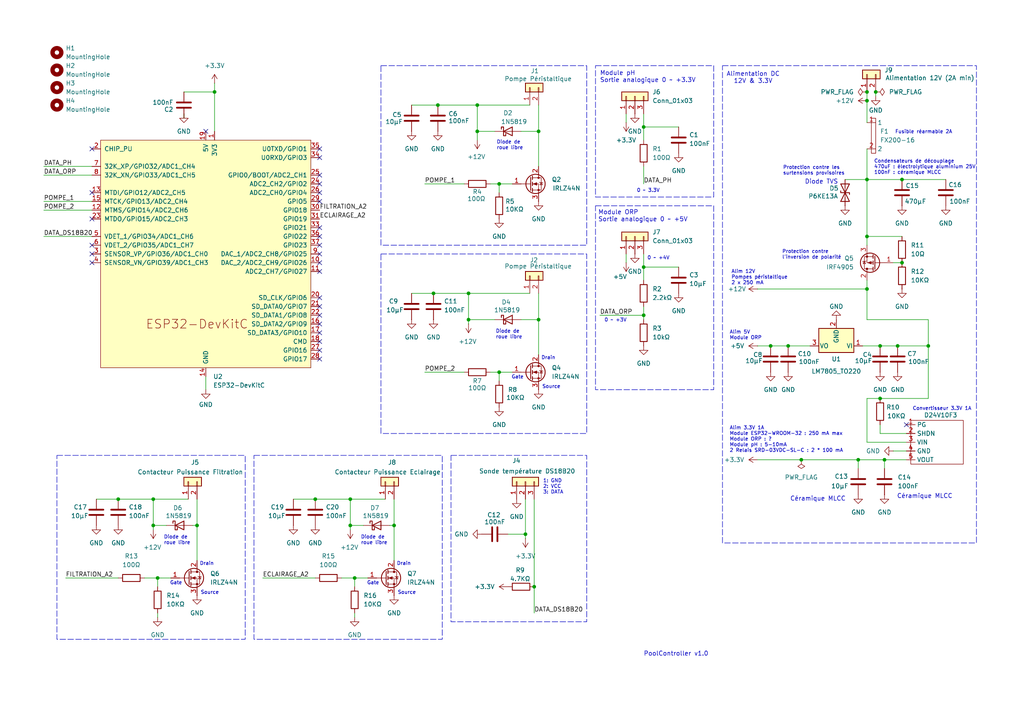
<source format=kicad_sch>
(kicad_sch (version 20250114) (generator "eeschema") (generator_version "9.0")
  (paper "A4")
  (rectangle (start 172.72 59.69) (end 207.01 113.03) (stroke (width 0) (type dash)))
  (rectangle (start 130.81 132.08) (end 170.18 180.34) (stroke (width 0) (type dash)))
  (rectangle (start 110.49 73.66) (end 170.18 125.73) (stroke (width 0) (type dash)))
  (rectangle (start 172.72 19.05) (end 207.01 57.15) (stroke (width 0) (type dash)))
  (rectangle (start 73.66 132.08) (end 128.27 185.42) (stroke (width 0) (type dash)))
  (rectangle (start 16.51 132.08) (end 71.12 185.42) (stroke (width 0) (type dash)))
  (rectangle (start 110.49 19.05) (end 170.18 71.12) (stroke (width 0) (type dash)))
  (rectangle (start 209.55 19.05) (end 283.21 157.48) (stroke (width 0) (type dash)))
  (text "0 ~ +4V" (at 187.706 74.93 0) (effects (font (size 1.016 1.016)) (justify left)))
  (text "Alimentation DC\n12V & 3.3V" (at 218.44 22.606 0) (effects (font (size 1.27 1.27))))
  (text "Protection contre \nl'inversion de polarité" (at 226.822 73.914 0) (effects (font (size 1.016 1.016)) (justify left)))
  (text "Céramique MLCC" (at 268.224 144.018 0) (effects (font (size 1.27 1.27))))
  (text "Diode de\nroue libre" (at 47.498 156.718 0) (effects (font (size 1.016 1.016)) (justify left)))
  (text "PoolController v1.0" (at 196.088 189.738 0) (effects (font (size 1.27 1.27))))
  (text "Gate" (at 106.426 169.164 0) (effects (font (size 1.016 1.016)) (justify left)))
  (text "Drain" (at 115.062 163.576 0) (effects (font (size 1.016 1.016)) (justify left)))
  (text "Diode de\nroue libre" (at 144.018 42.164 0) (effects (font (size 1.016 1.016)) (justify left)))
  (text "Module ORP \nSortie analogique 0 ~ +5V" (at 173.482 62.738 0) (effects (font (size 1.27 1.27)) (justify left)))
  (text "Diode de\nroue libre" (at 104.648 156.718 0) (effects (font (size 1.016 1.016)) (justify left)))
  (text "Alim 3.3V 1A\nModule ESP32-WROOM-32 : 250 mA max\nModule ORP : ?\nModule pH : 5-10mA\n2 Relais SRD-03VDC-SL-C : 2 * 100 mA" (at 211.582 127.508 0) (effects (font (size 1.016 1.016)) (justify left)))
  (text "Drain" (at 156.972 103.886 0) (effects (font (size 1.016 1.016)) (justify left)))
  (text "Source" (at 58.166 171.958 0) (effects (font (size 1.016 1.016)) (justify left)))
  (text "Drain" (at 57.912 163.576 0) (effects (font (size 1.016 1.016)) (justify left)))
  (text "Source" (at 157.226 112.268 0) (effects (font (size 1.016 1.016)) (justify left)))
  (text "1: GND\n2: VCC\n3: DATA" (at 157.48 141.224 0) (effects (font (size 1.016 1.016)) (justify left)))
  (text "Alim 12V\nPompes péristaltique\n2 x 250 mA" (at 212.09 80.518 0) (effects (font (size 1.016 1.016)) (justify left)))
  (text "Diode TVS" (at 238.252 52.832 0) (effects (font (size 1.27 1.27))))
  (text "Source" (at 115.316 171.958 0) (effects (font (size 1.016 1.016)) (justify left)))
  (text "Alim 5V\nModule ORP" (at 211.582 97.282 0) (effects (font (size 1.016 1.016)) (justify left)))
  (text "Gate" (at 49.276 169.164 0) (effects (font (size 1.016 1.016)) (justify left)))
  (text "0 ~ +3V" (at 175.26 92.964 0) (effects (font (size 1.016 1.016)) (justify left)))
  (text "Module pH\nSortie analogique 0 ~ +3.3V" (at 173.99 22.352 0) (effects (font (size 1.27 1.27)) (justify left)))
  (text "Convertisseur 3.3V 1A" (at 264.668 118.618 0) (effects (font (size 1.016 1.016)) (justify left)))
  (text "0 ~ 3.3V" (at 184.658 55.372 0) (effects (font (size 1.016 1.016)) (justify left)))
  (text "Fusible réarmable 2A" (at 259.588 38.354 0) (effects (font (size 1.016 1.016)) (justify left)))
  (text "Gate" (at 148.336 109.474 0) (effects (font (size 1.016 1.016)) (justify left)))
  (text "Condensateurs de découplage\n470uF : électrolytique aluminium 25V\n100nF : céramique MLCC" (at 253.492 48.514 0) (effects (font (size 1.016 1.016)) (justify left)))
  (text "Diode de\nroue libre" (at 143.764 97.028 0) (effects (font (size 1.016 1.016)) (justify left)))
  (text "Céramique MLCC" (at 237.236 144.78 0) (effects (font (size 1.27 1.27))))
  (text "Protection contre les\nsurtensions provisoires" (at 227.076 49.53 0) (effects (font (size 1.016 1.016)) (justify left)))
  (junction (at 248.92 133.35))
  (junction (at 144.78 53.34))
  (junction (at 45.72 167.64))
  (junction (at 125.73 85.09))
  (junction (at 138.43 38.1))
  (junction (at 186.69 77.47))
  (junction (at 256.54 133.35))
  (junction (at 269.24 100.33))
  (junction (at 251.46 68.58))
  (junction (at 101.6 144.78))
  (junction (at 260.35 100.33))
  (junction (at 156.21 92.71))
  (junction (at 261.62 52.07))
  (junction (at 62.23 26.67))
  (junction (at 135.89 85.09))
  (junction (at 228.6 100.33))
  (junction (at 102.87 167.64))
  (junction (at 251.46 52.07))
  (junction (at 254 26.67))
  (junction (at 261.62 76.2))
  (junction (at 251.46 83.82))
  (junction (at 91.44 144.78))
  (junction (at 114.3 152.4))
  (junction (at 255.27 100.33))
  (junction (at 251.46 26.67))
  (junction (at 255.27 115.57))
  (junction (at 152.4 154.94))
  (junction (at 186.69 91.44))
  (junction (at 144.78 107.95))
  (junction (at 156.21 38.1))
  (junction (at 251.46 29.21))
  (junction (at 44.45 152.4))
  (junction (at 57.15 152.4))
  (junction (at 135.89 92.71))
  (junction (at 44.45 144.78))
  (junction (at 154.94 170.18))
  (junction (at 138.43 30.48))
  (junction (at 223.52 100.33))
  (junction (at 232.41 133.35))
  (junction (at 127 30.48))
  (junction (at 34.29 144.78))
  (junction (at 186.69 36.83))
  (junction (at 101.6 152.4))
  (no_connect (at 92.71 50.8))
  (no_connect (at 92.71 71.12))
  (no_connect (at 26.67 55.88))
  (no_connect (at 92.71 66.04))
  (no_connect (at 92.71 76.2))
  (no_connect (at 59.69 38.1))
  (no_connect (at 26.67 71.12))
  (no_connect (at 92.71 101.6))
  (no_connect (at 92.71 45.72))
  (no_connect (at 92.71 91.44))
  (no_connect (at 92.71 78.74))
  (no_connect (at 26.67 63.5))
  (no_connect (at 26.67 76.2))
  (no_connect (at 92.71 68.58))
  (no_connect (at 262.89 123.19))
  (no_connect (at 92.71 58.42))
  (no_connect (at 92.71 73.66))
  (no_connect (at 92.71 93.98))
  (no_connect (at 26.67 43.18))
  (no_connect (at 92.71 86.36))
  (no_connect (at 92.71 99.06))
  (no_connect (at 92.71 53.34))
  (no_connect (at 26.67 73.66))
  (no_connect (at 92.71 88.9))
  (no_connect (at 92.71 96.52))
  (no_connect (at 92.71 104.14))
  (no_connect (at 92.71 43.18))
  (no_connect (at 92.71 55.88))
  (wire (pts (xy 181.61 35.56) (xy 181.61 33.02)))
  (wire (pts (xy 147.32 154.94) (xy 152.4 154.94)))
  (wire (pts (xy 260.35 100.33) (xy 269.24 100.33)))
  (wire (pts (xy 251.46 128.27) (xy 262.89 128.27)))
  (wire (pts (xy 59.69 113.03) (xy 59.69 109.22)))
  (wire (pts (xy 248.92 133.35) (xy 248.92 135.89)))
  (wire (pts (xy 34.29 144.78) (xy 44.45 144.78)))
  (wire (pts (xy 248.92 133.35) (xy 256.54 133.35)))
  (wire (pts (xy 101.6 152.4) (xy 105.41 152.4)))
  (wire (pts (xy 151.13 38.1) (xy 156.21 38.1)))
  (wire (pts (xy 85.09 144.78) (xy 91.44 144.78)))
  (wire (pts (xy 156.21 92.71) (xy 156.21 102.87)))
  (wire (pts (xy 154.94 144.78) (xy 154.94 170.18)))
  (wire (pts (xy 256.54 133.35) (xy 262.89 133.35)))
  (wire (pts (xy 113.03 152.4) (xy 114.3 152.4)))
  (wire (pts (xy 232.41 133.35) (xy 248.92 133.35)))
  (wire (pts (xy 119.38 85.09) (xy 125.73 85.09)))
  (wire (pts (xy 127 30.48) (xy 138.43 30.48)))
  (wire (pts (xy 186.69 33.02) (xy 186.69 36.83)))
  (wire (pts (xy 186.69 92.71) (xy 186.69 91.44)))
  (wire (pts (xy 261.62 52.07) (xy 274.32 52.07)))
  (wire (pts (xy 135.89 93.98) (xy 135.89 92.71)))
  (wire (pts (xy 45.72 167.64) (xy 49.53 167.64)))
  (wire (pts (xy 152.4 154.94) (xy 152.4 144.78)))
  (wire (pts (xy 12.7 68.58) (xy 26.67 68.58)))
  (wire (pts (xy 44.45 153.67) (xy 44.45 152.4)))
  (wire (pts (xy 12.7 60.96) (xy 26.67 60.96)))
  (wire (pts (xy 256.54 133.35) (xy 256.54 135.89)))
  (wire (pts (xy 251.46 115.57) (xy 251.46 128.27)))
  (wire (pts (xy 102.87 167.64) (xy 102.87 170.18)))
  (wire (pts (xy 123.19 107.95) (xy 134.62 107.95)))
  (wire (pts (xy 151.13 92.71) (xy 156.21 92.71)))
  (wire (pts (xy 101.6 144.78) (xy 111.76 144.78)))
  (wire (pts (xy 251.46 26.67) (xy 251.46 29.21)))
  (wire (pts (xy 219.71 133.35) (xy 232.41 133.35)))
  (wire (pts (xy 45.72 167.64) (xy 45.72 170.18)))
  (wire (pts (xy 173.99 91.44) (xy 186.69 91.44)))
  (wire (pts (xy 27.94 144.78) (xy 34.29 144.78)))
  (wire (pts (xy 186.69 77.47) (xy 196.85 77.47)))
  (wire (pts (xy 144.78 53.34) (xy 148.59 53.34)))
  (wire (pts (xy 262.89 130.81) (xy 259.08 130.81)))
  (wire (pts (xy 251.46 81.28) (xy 251.46 83.82)))
  (wire (pts (xy 144.78 107.95) (xy 144.78 110.49)))
  (wire (pts (xy 138.43 30.48) (xy 138.43 38.1)))
  (wire (pts (xy 138.43 38.1) (xy 143.51 38.1)))
  (wire (pts (xy 41.91 167.64) (xy 45.72 167.64)))
  (wire (pts (xy 135.89 85.09) (xy 153.67 85.09)))
  (wire (pts (xy 62.23 24.13) (xy 62.23 26.67)))
  (wire (pts (xy 186.69 36.83) (xy 196.85 36.83)))
  (wire (pts (xy 228.6 100.33) (xy 234.95 100.33)))
  (wire (pts (xy 99.06 167.64) (xy 102.87 167.64)))
  (wire (pts (xy 156.21 38.1) (xy 156.21 48.26)))
  (wire (pts (xy 144.78 107.95) (xy 148.59 107.95)))
  (wire (pts (xy 262.89 125.73) (xy 255.27 125.73)))
  (wire (pts (xy 135.89 92.71) (xy 143.51 92.71)))
  (wire (pts (xy 156.21 85.09) (xy 156.21 92.71)))
  (wire (pts (xy 101.6 152.4) (xy 101.6 144.78)))
  (wire (pts (xy 45.72 177.8) (xy 45.72 179.07)))
  (wire (pts (xy 251.46 52.07) (xy 251.46 68.58)))
  (wire (pts (xy 102.87 167.64) (xy 106.68 167.64)))
  (wire (pts (xy 12.7 50.8) (xy 26.67 50.8)))
  (wire (pts (xy 254 26.67) (xy 254 27.94)))
  (wire (pts (xy 125.73 85.09) (xy 135.89 85.09)))
  (wire (pts (xy 269.24 115.57) (xy 255.27 115.57)))
  (wire (pts (xy 250.19 100.33) (xy 255.27 100.33)))
  (wire (pts (xy 138.43 38.1) (xy 138.43 40.64)))
  (wire (pts (xy 138.43 30.48) (xy 153.67 30.48)))
  (wire (pts (xy 53.34 26.67) (xy 62.23 26.67)))
  (wire (pts (xy 102.87 177.8) (xy 102.87 179.07)))
  (wire (pts (xy 55.88 152.4) (xy 57.15 152.4)))
  (wire (pts (xy 251.46 68.58) (xy 261.62 68.58)))
  (wire (pts (xy 154.94 170.18) (xy 154.94 177.8)))
  (wire (pts (xy 114.3 152.4) (xy 114.3 162.56)))
  (wire (pts (xy 255.27 123.19) (xy 255.27 125.73)))
  (wire (pts (xy 142.24 53.34) (xy 144.78 53.34)))
  (wire (pts (xy 223.52 100.33) (xy 228.6 100.33)))
  (wire (pts (xy 251.46 52.07) (xy 261.62 52.07)))
  (wire (pts (xy 101.6 153.67) (xy 101.6 152.4)))
  (wire (pts (xy 57.15 144.78) (xy 57.15 152.4)))
  (wire (pts (xy 251.46 68.58) (xy 251.46 71.12)))
  (wire (pts (xy 269.24 100.33) (xy 269.24 115.57)))
  (wire (pts (xy 245.11 52.07) (xy 251.46 52.07)))
  (wire (pts (xy 251.46 29.21) (xy 251.46 35.56)))
  (wire (pts (xy 76.2 167.64) (xy 91.44 167.64)))
  (wire (pts (xy 12.7 58.42) (xy 26.67 58.42)))
  (wire (pts (xy 53.34 34.29) (xy 53.34 33.02)))
  (wire (pts (xy 119.38 30.48) (xy 127 30.48)))
  (wire (pts (xy 269.24 92.71) (xy 269.24 100.33)))
  (wire (pts (xy 142.24 107.95) (xy 144.78 107.95)))
  (wire (pts (xy 186.69 36.83) (xy 186.69 40.64)))
  (wire (pts (xy 144.78 53.34) (xy 144.78 55.88)))
  (wire (pts (xy 251.46 83.82) (xy 251.46 92.71)))
  (wire (pts (xy 91.44 144.78) (xy 101.6 144.78)))
  (wire (pts (xy 57.15 152.4) (xy 57.15 162.56)))
  (wire (pts (xy 186.69 77.47) (xy 186.69 81.28)))
  (wire (pts (xy 255.27 100.33) (xy 260.35 100.33)))
  (wire (pts (xy 44.45 152.4) (xy 48.26 152.4)))
  (wire (pts (xy 219.71 83.82) (xy 251.46 83.82)))
  (wire (pts (xy 251.46 92.71) (xy 269.24 92.71)))
  (wire (pts (xy 186.69 73.66) (xy 186.69 77.47)))
  (wire (pts (xy 152.4 156.21) (xy 152.4 154.94)))
  (wire (pts (xy 156.21 30.48) (xy 156.21 38.1)))
  (wire (pts (xy 123.19 53.34) (xy 134.62 53.34)))
  (wire (pts (xy 44.45 144.78) (xy 54.61 144.78)))
  (wire (pts (xy 219.71 100.33) (xy 223.52 100.33)))
  (wire (pts (xy 186.69 48.26) (xy 186.69 53.34)))
  (wire (pts (xy 62.23 26.67) (xy 62.23 38.1)))
  (wire (pts (xy 44.45 152.4) (xy 44.45 144.78)))
  (wire (pts (xy 114.3 144.78) (xy 114.3 152.4)))
  (wire (pts (xy 251.46 43.18) (xy 251.46 52.07)))
  (wire (pts (xy 19.05 167.64) (xy 34.29 167.64)))
  (wire (pts (xy 251.46 115.57) (xy 255.27 115.57)))
  (wire (pts (xy 135.89 92.71) (xy 135.89 85.09)))
  (wire (pts (xy 186.69 91.44) (xy 186.69 88.9)))
  (wire (pts (xy 12.7 48.26) (xy 26.67 48.26)))
  (wire (pts (xy 181.61 76.2) (xy 181.61 73.66)))
  (wire (pts (xy 261.62 76.2) (xy 259.08 76.2)))
  (label "FILTRATION_A2" (at 92.71 60.96 0))
  (label "POMPE_1" (at 123.19 53.34 0))
  (label "DATA_DS18B20" (at 12.7 68.58 0))
  (label "DATA_PH" (at 186.69 53.34 0))
  (label "POMPE_2" (at 12.7 60.96 0))
  (label "DATA_ORP" (at 12.7 50.8 0))
  (label "POMPE_2" (at 123.19 107.95 0))
  (label "FILTRATION_A2" (at 19.05 167.64 0))
  (label "ECLAIRAGE_A2" (at 92.71 63.5 0))
  (label "DATA_PH" (at 12.7 48.26 0))
  (label "DATA_ORP" (at 173.99 91.44 0))
  (label "POMPE_1" (at 12.7 58.42 0))
  (label "ECLAIRAGE_A2" (at 76.2 167.64 0))
  (label "DATA_DS18B20" (at 154.94 177.8 0))
  (symbol (lib_id "power:+3.3V") (at 147.32 170.18 90) (unit 1)
    (property "Reference" "#PWR023" (effects (hide yes)))
    (property "Value" "+3.3V" (at 143.51 170.1799 90) (effects (justify left)))
    (property "Description" "Power symbol creates a global label with name \"+3.3V\"" (effects (hide yes)))
  )
  (symbol (lib_id "Device:C") (at 248.92 139.7 0) (unit 1)
    (property "Reference" "C13" (at 242.062 138.176 0) (effects (justify left)))
    (property "Value" "10 µF" (at 241.046 140.97 0) (effects (justify left)))
    (property "Footprint" "Capacitor_THT:C_Disc_D6.0mm_W4.4mm_P5.00mm" (effects (hide yes)))
    (property "Description" "Unpolarized capacitor" (effects (hide yes)))
  )
  (symbol (lib_id "Device:R") (at 45.72 173.99 0) (unit 1)
    (property "Reference" "R14" (at 48.26 172.7199 0) (effects (justify left)))
    (property "Value" "10KΩ" (at 48.26 175.2599 0) (effects (justify left)))
    (property "Footprint" "Resistor_THT:R_Axial_DIN0207_L6.3mm_D2.5mm_P10.16mm_Horizontal" (effects (hide yes)))
    (property "Description" "Resistor" (effects (hide yes)))
  )
  (symbol (lib_id "power:+5V") (at 219.71 100.33 90) (unit 1)
    (property "Reference" "#PWR07" (effects (hide yes)))
    (property "Value" "+5V" (at 215.9 100.3299 90) (effects (justify left)))
    (property "Description" "Power symbol creates a global label with name \"+5V\"" (effects (hide yes)))
  )
  (symbol (lib_id "power:GND") (at 119.38 38.1 0) (unit 1)
    (property "Reference" "#PWR08" (effects (hide yes)))
    (property "Value" "GND" (at 119.38 43.18 0))
    (property "Description" "Power symbol creates a global label with name \"GND\" , ground" (effects (hide yes)))
  )
  (symbol (lib_id "Device:C") (at 27.94 148.59 0) (unit 1)
    (property "Reference" "C17" (at 21.336 147.066 0) (effects (justify left)))
    (property "Value" "10 µF" (at 20.574 149.606 0) (effects (justify left)))
    (property "Footprint" "Capacitor_THT:C_Disc_D6.0mm_W4.4mm_P5.00mm" (effects (hide yes)))
    (property "Description" "Unpolarized capacitor" (effects (hide yes)))
  )
  (symbol (lib_id "power:GND") (at 139.7 154.94 270) (unit 1)
    (property "Reference" "#PWR022" (effects (hide yes)))
    (property "Value" "GND" (at 135.89 154.9399 90) (effects (justify right)))
    (property "Description" "Power symbol creates a global label with name \"GND\" , ground" (effects (hide yes)))
  )
  (symbol (lib_id "Device:C") (at 223.52 104.14 0) (unit 1)
    (property "Reference" "C8" (at 218.44 102.87 0) (effects (justify left)))
    (property "Value" "10 µF" (at 216.154 104.648 0) (effects (justify left)))
    (property "Footprint" "Capacitor_THT:C_Disc_D6.0mm_W4.4mm_P5.00mm" (effects (hide yes)))
    (property "Description" "Unpolarized capacitor" (effects (hide yes)))
  )
  (symbol (lib_id "power:GND") (at 260.35 107.95 0) (unit 1)
    (property "Reference" "#PWR014" (effects (hide yes)))
    (property "Value" "GND" (at 260.35 113.03 0))
    (property "Description" "Power symbol creates a global label with name \"GND\" , ground" (effects (hide yes)))
  )
  (symbol (lib_id "Device:R") (at 186.69 85.09 0) (unit 1)
    (property "Reference" "R2" (at 189.23 83.8199 0) (effects (justify left)))
    (property "Value" "2.2kΩ" (at 189.23 86.3599 0) (effects (justify left)))
    (property "Footprint" "Resistor_THT:R_Axial_DIN0207_L6.3mm_D2.5mm_P10.16mm_Horizontal" (effects (hide yes)))
    (property "Description" "Resistor" (effects (hide yes)))
  )
  (symbol (lib_id "power:GND") (at 184.15 73.66 0) (unit 1)
    (property "Reference" "#PWR029" (effects (hide yes)))
    (property "Value" "GND" (at 184.15 78.74 0))
    (property "Description" "Power symbol creates a global label with name \"GND\" , ground" (effects (hide yes)))
  )
  (symbol (lib_id "power:GND") (at 57.15 172.72 0) (unit 1)
    (property "Reference" "#PWR045" (effects (hide yes)))
    (property "Value" "GND" (at 57.15 177.8 0))
    (property "Description" "Power symbol creates a global label with name \"GND\" , ground" (effects (hide yes)))
  )
  (symbol (lib_id "power:GND") (at 149.86 144.78 0) (unit 1)
    (property "Reference" "#PWR024" (effects (hide yes)))
    (property "Value" "GND" (at 149.86 149.86 0))
    (property "Description" "Power symbol creates a global label with name \"GND\" , ground" (effects (hide yes)))
  )
  (symbol (lib_id "power:GND") (at 34.29 152.4 0) (unit 1)
    (property "Reference" "#PWR043" (effects (hide yes)))
    (property "Value" "GND" (at 34.29 157.48 0))
    (property "Description" "Power symbol creates a global label with name \"GND\" , ground" (effects (hide yes)))
  )
  (symbol (lib_id "power:GND") (at 274.32 59.69 0) (unit 1)
    (property "Reference" "#PWR039" (effects (hide yes)))
    (property "Value" "GND" (at 274.32 64.77 0))
    (property "Description" "Power symbol creates a global label with name \"GND\" , ground" (effects (hide yes)))
  )
  (symbol (lib_id "Transistor_FET:IRLZ44N") (at 153.67 107.95 0) (unit 1)
    (property "Reference" "Q4" (at 160.02 106.6799 0) (effects (justify left)))
    (property "Value" "IRLZ44N" (at 160.02 109.2199 0) (effects (justify left)))
    (property "Footprint" "Package_TO_SOT_THT:TO-220-3_Vertical" (effects (hide yes)))
    (property "Datasheet" "http://www.irf.com/product-info/datasheets/data/irlz44n.pdf" (effects (hide yes)))
    (property "Description" "47A Id, 55V Vds, 22mOhm Rds Single N-Channel HEXFET Power MOSFET, TO-220AB" (effects (hide yes)))
  )
  (symbol (lib_id "Diode:1N5819") (at 147.32 92.71 0) (unit 1)
    (property "Reference" "D4" (at 146.812 87.63 0))
    (property "Value" "1N5819" (at 147.066 89.916 0))
    (property "Footprint" "Diode_THT:D_DO-15_P10.16mm_Horizontal" (effects (hide yes)))
    (property "Datasheet" "http://www.vishay.com/docs/88525/1n5817.pdf" (effects (hide yes)))
    (property "Description" "40V 1A Schottky Barrier Rectifier Diode, DO-41" (effects (hide yes)))
  )
  (symbol (lib_id "power:PWR_FLAG") (at 254 26.67 270) (unit 1)
    (property "Reference" "#FLG015" (effects (hide yes)))
    (property "Value" "PWR_FLAG" (at 257.81 26.6699 90) (effects (justify left)))
    (property "Description" "Special symbol for telling ERC where power comes from" (effects (hide yes)))
  )
  (symbol (lib_id "Connector_Generic:Conn_01x03") (at 152.4 139.7 90) (unit 1)
    (property "Reference" "J4" (at 148.59 133.604 90) (effects (justify right)))
    (property "Value" "Sonde température DS18B20" (at 138.938 136.652 90) (effects (justify right)))
    (property "Footprint" "TerminalBlock_Altech:Altech_AK100_1x03_P5.00mm" (effects (hide yes)))
    (property "Description" "Generic connector, single row, 01x03, script generated (kicad-library-utils/schlib/autogen/connector/)" (effects (hide yes)))
  )
  (symbol (lib_id "Device:C") (at 196.85 40.64 0) (unit 1)
    (property "Reference" "C1" (at 199.898 39.116 0) (effects (justify left)))
    (property "Value" "100nF" (at 199.898 41.656 0) (effects (justify left)))
    (property "Footprint" "Capacitor_THT:C_Disc_D3.8mm_W2.6mm_P2.50mm" (effects (hide yes)))
    (property "Description" "Unpolarized capacitor" (effects (hide yes)))
  )
  (symbol (lib_id "Device:C") (at 260.35 104.14 0) (unit 1)
    (property "Reference" "C7" (at 263.144 102.616 0) (effects (justify left)))
    (property "Value" "100nF" (at 263.398 104.902 0) (effects (justify left)))
    (property "Footprint" "Capacitor_THT:C_Disc_D3.8mm_W2.6mm_P2.50mm" (effects (hide yes)))
    (property "Description" "Unpolarized capacitor" (effects (hide yes)))
  )
  (symbol (lib_id "Device:R") (at 261.62 72.39 0) (unit 1)
    (property "Reference" "R11" (at 264.16 71.1199 0) (effects (justify left)))
    (property "Value" "10Ω" (at 264.16 73.6599 0) (effects (justify left)))
    (property "Footprint" "Resistor_THT:R_Axial_DIN0207_L6.3mm_D2.5mm_P10.16mm_Horizontal" (effects (hide yes)))
    (property "Description" "Resistor" (effects (hide yes)))
  )
  (symbol (lib_id "power:+5V") (at 181.61 76.2 180) (unit 1)
    (property "Reference" "#PWR051" (effects (hide yes)))
    (property "Value" "+5V" (at 179.832 80.264 0))
    (property "Description" "Power symbol creates a global label with name \"+5V\"" (effects (hide yes)))
  )
  (symbol (lib_id "power:GND") (at 127 38.1 0) (unit 1)
    (property "Reference" "#PWR09" (effects (hide yes)))
    (property "Value" "GND" (at 127 43.18 0))
    (property "Description" "Power symbol creates a global label with name \"GND\" , ground" (effects (hide yes)))
  )
  (symbol (lib_id "power:PWR_FLAG") (at 232.41 133.35 180) (unit 1)
    (property "Reference" "#FLG011" (effects (hide yes)))
    (property "Value" "PWR_FLAG" (at 232.41 138.43 0))
    (property "Description" "Special symbol for telling ERC where power comes from" (effects (hide yes)))
  )
  (symbol (lib_id "power:GND") (at 144.78 118.11 0) (unit 1)
    (property "Reference" "#PWR019" (effects (hide yes)))
    (property "Value" "GND" (at 144.78 123.19 0))
    (property "Description" "Power symbol creates a global label with name \"GND\" , ground" (effects (hide yes)))
  )
  (symbol (lib_id "Device:R") (at 95.25 167.64 270) (unit 1)
    (property "Reference" "R15" (at 95.25 161.29 90))
    (property "Value" "100Ω" (at 95.25 163.83 90))
    (property "Footprint" "Resistor_THT:R_Axial_DIN0207_L6.3mm_D2.5mm_P10.16mm_Horizontal" (effects (hide yes)))
    (property "Description" "Resistor" (effects (hide yes)))
  )
  (symbol (lib_id "power:GND") (at 59.69 113.03 0) (unit 1)
    (property "Reference" "#PWR05" (effects (hide yes)))
    (property "Value" "GND" (at 59.69 117.348 0))
    (property "Description" "Power symbol creates a global label with name \"GND\" , ground" (effects (hide yes)))
  )
  (symbol (lib_id "Transistor_FET:IRLZ44N") (at 54.61 167.64 0) (unit 1)
    (property "Reference" "Q6" (at 60.96 166.3699 0) (effects (justify left)))
    (property "Value" "IRLZ44N" (at 60.96 168.9099 0) (effects (justify left)))
    (property "Footprint" "Package_TO_SOT_THT:TO-220-3_Vertical" (effects (hide yes)))
    (property "Datasheet" "http://www.irf.com/product-info/datasheets/data/irlz44n.pdf" (effects (hide yes)))
    (property "Description" "47A Id, 55V Vds, 22mOhm Rds Single N-Channel HEXFET Power MOSFET, TO-220AB" (effects (hide yes)))
  )
  (symbol (lib_id "power:GND") (at 85.09 152.4 0) (unit 1)
    (property "Reference" "#PWR041" (effects (hide yes)))
    (property "Value" "GND" (at 85.09 157.48 0))
    (property "Description" "Power symbol creates a global label with name \"GND\" , ground" (effects (hide yes)))
  )
  (symbol (lib_id "Device:R") (at 261.62 80.01 0) (unit 1)
    (property "Reference" "R12" (at 264.16 78.7399 0) (effects (justify left)))
    (property "Value" "10KΩ" (at 264.16 81.2799 0) (effects (justify left)))
    (property "Footprint" "Resistor_THT:R_Axial_DIN0207_L6.3mm_D2.5mm_P10.16mm_Horizontal" (effects (hide yes)))
    (property "Description" "Resistor" (effects (hide yes)))
  )
  (symbol (lib_id "Device:C") (at 274.32 55.88 0) (unit 1)
    (property "Reference" "C16" (at 275.082 53.594 0) (effects (justify left)))
    (property "Value" "100nF" (at 275.336 58.42 0) (effects (justify left)))
    (property "Footprint" "Capacitor_THT:C_Disc_D3.8mm_W2.6mm_P2.50mm" (effects (hide yes)))
    (property "Description" "Unpolarized capacitor" (effects (hide yes)))
  )
  (symbol (lib_id "Device:C") (at 255.27 104.14 0) (unit 1)
    (property "Reference" "C4" (at 250.19 102.87 0) (effects (justify left)))
    (property "Value" "10 µF" (at 247.904 104.648 0) (effects (justify left)))
    (property "Footprint" "Capacitor_THT:C_Disc_D6.0mm_W4.4mm_P5.00mm" (effects (hide yes)))
    (property "Description" "Unpolarized capacitor" (effects (hide yes)))
  )
  (symbol (lib_id "power:GND") (at 261.62 83.82 0) (unit 1)
    (property "Reference" "#PWR038" (effects (hide yes)))
    (property "Value" "GND" (at 261.62 88.9 0))
    (property "Description" "Power symbol creates a global label with name \"GND\" , ground" (effects (hide yes)))
  )
  (symbol (lib_id "Device:C") (at 85.09 148.59 0) (unit 1)
    (property "Reference" "C19" (at 78.486 147.066 0) (effects (justify left)))
    (property "Value" "10 µF" (at 77.724 149.606 0) (effects (justify left)))
    (property "Footprint" "Capacitor_THT:C_Disc_D6.0mm_W4.4mm_P5.00mm" (effects (hide yes)))
    (property "Description" "Unpolarized capacitor" (effects (hide yes)))
  )
  (symbol (lib_id "Connector_Generic:Conn_01x02") (at 54.61 139.7 90) (unit 1)
    (property "Reference" "J5" (at 55.372 134.112 90) (effects (justify right)))
    (property "Value" "Contacteur Puissance Filtration" (at 39.878 136.906 90) (effects (justify right)))
    (property "Footprint" "TerminalBlock_Altech:Altech_AK100_1x02_P5.00mm" (effects (hide yes)))
    (property "Description" "Generic connector, single row, 01x02, script generated (kicad-library-utils/schlib/autogen/connector/)" (effects (hide yes)))
  )
  (symbol (lib_id "power:+12V") (at 44.45 153.67 180) (unit 1)
    (property "Reference" "#PWR044" (effects (hide yes)))
    (property "Value" "+12V" (at 44.196 158.75 0))
    (property "Description" "Power symbol creates a global label with name \"+12V\"" (effects (hide yes)))
  )
  (symbol (lib_id "Transistor_FET:IRF4905") (at 254 76.2 180) (unit 1)
    (property "Reference" "Q5" (at 247.65 74.9299 0) (effects (justify left)))
    (property "Value" "IRF4905" (at 247.65 77.4699 0) (effects (justify left)))
    (property "Footprint" "Package_TO_SOT_THT:TO-220-3_Vertical" (effects (hide yes)))
    (property "Datasheet" "http://www.infineon.com/dgdl/irf4905.pdf?fileId=5546d462533600a4015355e32165197c" (effects (hide yes)))
    (property "Description" "-74A Id, -55V Vds, Single P-Channel HEXFET Power MOSFET, 20mOhm Ron, TO-220AB" (effects (hide yes)))
  )
  (symbol (lib_id "power:GND") (at 125.73 92.71 0) (unit 1)
    (property "Reference" "#PWR018" (effects (hide yes)))
    (property "Value" "GND" (at 125.73 97.79 0))
    (property "Description" "Power symbol creates a global label with name \"GND\" , ground" (effects (hide yes)))
  )
  (symbol (lib_id "power:+12V") (at 251.46 29.21 90) (unit 1)
    (property "Reference" "#PWR040" (effects (hide yes)))
    (property "Value" "+12V" (at 247.65 29.2099 90) (effects (justify left)))
    (property "Description" "Power symbol creates a global label with name \"+12V\"" (effects (hide yes)))
  )
  (symbol (lib_id "MySymbols.lib:FX200-16") (at 251.46 39.37 0) (unit 1)
    (property "Reference" "F1" (at 255.27 38.0999 0) (effects (justify left)))
    (property "Value" "FX200-16" (at 255.27 40.6399 0) (effects (justify left)))
    (property "Footprint" "Fuse:Fuse_Bourns_MF-RHT200" (effects (hide yes)))
  )
  (symbol (lib_id "Diode:1N5819") (at 109.22 152.4 0) (unit 1)
    (property "Reference" "D7" (at 108.712 147.32 0))
    (property "Value" "1N5819" (at 108.966 149.606 0))
    (property "Footprint" "Diode_THT:D_DO-15_P10.16mm_Horizontal" (effects (hide yes)))
    (property "Datasheet" "http://www.vishay.com/docs/88525/1n5817.pdf" (effects (hide yes)))
    (property "Description" "40V 1A Schottky Barrier Rectifier Diode, DO-41" (effects (hide yes)))
  )
  (symbol (lib_id "Mechanical:MountingHole") (at 16.51 25.4 0) (unit 1) (in_bom no)
    (property "Reference" "H3" (at 19.05 24.1299 0) (effects (justify left)))
    (property "Value" "MountingHole" (at 19.05 26.6699 0) (effects (justify left)))
    (property "Footprint" "MountingHole:MountingHole_3.2mm_M3" (effects (hide yes)))
    (property "Description" "Mounting Hole without connection" (effects (hide yes)))
  )
  (symbol (lib_name "D24V10F3_1") (lib_id "MySymbols.lib:D24V10F3") (at 271.78 128.27 0) (unit 1)
    (property "Reference" "U3" (effects (hide yes)))
    (property "Value" "D24V10F3" (at 267.97 120.396 0) (effects (justify left)))
    (property "Footprint" "MyLibrary:Pololu_D24V10F3" (effects (hide yes)))
  )
  (symbol (lib_id "Connector_Generic:Conn_01x02") (at 153.67 25.4 90) (unit 1)
    (property "Reference" "J1" (at 153.924 20.574 90) (effects (justify right)))
    (property "Value" "Pompe Péristaltique" (at 146.304 22.86 90) (effects (justify right)))
    (property "Footprint" "TerminalBlock_Altech:Altech_AK100_1x02_P5.00mm" (effects (hide yes)))
    (property "Description" "Generic connector, single row, 01x02, script generated (kicad-library-utils/schlib/autogen/connector/)" (effects (hide yes)))
  )
  (symbol (lib_id "power:GND") (at 242.57 92.71 180) (unit 1)
    (property "Reference" "#PWR06" (effects (hide yes)))
    (property "Value" "GND" (at 242.57 88.9 0))
    (property "Description" "Power symbol creates a global label with name \"GND\" , ground" (effects (hide yes)))
  )
  (symbol (lib_id "Mechanical:MountingHole") (at 16.51 20.32 0) (unit 1) (in_bom no)
    (property "Reference" "H2" (at 19.05 19.0499 0) (effects (justify left)))
    (property "Value" "MountingHole" (at 19.05 21.5899 0) (effects (justify left)))
    (property "Footprint" "MountingHole:MountingHole_3.2mm_M3" (effects (hide yes)))
    (property "Description" "Mounting Hole without connection" (effects (hide yes)))
  )
  (symbol (lib_id "power:GND") (at 261.62 59.69 0) (unit 1)
    (property "Reference" "#PWR037" (effects (hide yes)))
    (property "Value" "GND" (at 261.62 64.77 0))
    (property "Description" "Power symbol creates a global label with name \"GND\" , ground" (effects (hide yes)))
  )
  (symbol (lib_id "power:GND") (at 91.44 152.4 0) (unit 1)
    (property "Reference" "#PWR047" (effects (hide yes)))
    (property "Value" "GND" (at 91.44 157.48 0))
    (property "Description" "Power symbol creates a global label with name \"GND\" , ground" (effects (hide yes)))
  )
  (symbol (lib_id "Device:D_TVS") (at 245.11 55.88 90) (unit 1)
    (property "Reference" "D5" (at 240.538 54.61 90) (effects (justify right)))
    (property "Value" "P6KE13A" (at 234.442 56.896 90) (effects (justify right)))
    (property "Footprint" "Diode_THT:D_DO-15_P10.16mm_Horizontal" (effects (hide yes)))
    (property "Description" "Bidirectional transient-voltage-suppression diode" (effects (hide yes)))
  )
  (symbol (lib_id "Connector_Generic:Conn_01x02") (at 111.76 139.7 90) (unit 1)
    (property "Reference" "J8" (at 112.522 134.112 90) (effects (justify right)))
    (property "Value" "Contacteur Puissance Eclairage" (at 97.028 136.906 90) (effects (justify right)))
    (property "Footprint" "TerminalBlock_Altech:Altech_AK100_1x02_P5.00mm" (effects (hide yes)))
    (property "Description" "Generic connector, single row, 01x02, script generated (kicad-library-utils/schlib/autogen/connector/)" (effects (hide yes)))
  )
  (symbol (lib_id "power:GND") (at 186.69 100.33 0) (unit 1)
    (property "Reference" "#PWR027" (effects (hide yes)))
    (property "Value" "GND" (at 186.69 105.41 0))
    (property "Description" "Power symbol creates a global label with name \"GND\" , ground" (effects (hide yes)))
  )
  (symbol (lib_id "Device:C") (at 53.34 30.48 180) (unit 1)
    (property "Reference" "C2" (at 50.292 31.75 0) (effects (justify left)))
    (property "Value" "100nF" (at 50.292 29.718 0) (effects (justify left)))
    (property "Footprint" "Capacitor_THT:C_Disc_D3.8mm_W2.6mm_P2.50mm" (effects (hide yes)))
    (property "Description" "Unpolarized capacitor" (effects (hide yes)))
  )
  (symbol (lib_id "power:PWR_FLAG") (at 251.46 26.67 90) (unit 1)
    (property "Reference" "#FLG014" (effects (hide yes)))
    (property "Value" "PWR_FLAG" (at 247.65 26.6699 90) (effects (justify left)))
    (property "Description" "Special symbol for telling ERC where power comes from" (effects (hide yes)))
  )
  (symbol (lib_id "power:+3.3V") (at 219.71 133.35 90) (unit 1)
    (property "Reference" "#PWR031" (effects (hide yes)))
    (property "Value" "+3.3V" (at 215.9 133.3499 90) (effects (justify left)))
    (property "Description" "Power symbol creates a global label with name \"+3.3V\"" (effects (hide yes)))
  )
  (symbol (lib_id "Device:R") (at 102.87 173.99 0) (unit 1)
    (property "Reference" "R16" (at 105.41 172.7199 0) (effects (justify left)))
    (property "Value" "10KΩ" (at 105.41 175.2599 0) (effects (justify left)))
    (property "Footprint" "Resistor_THT:R_Axial_DIN0207_L6.3mm_D2.5mm_P10.16mm_Horizontal" (effects (hide yes)))
    (property "Description" "Resistor" (effects (hide yes)))
  )
  (symbol (lib_id "Transistor_FET:IRLZ44N") (at 111.76 167.64 0) (unit 1)
    (property "Reference" "Q7" (at 118.11 166.3699 0) (effects (justify left)))
    (property "Value" "IRLZ44N" (at 118.11 168.9099 0) (effects (justify left)))
    (property "Footprint" "Package_TO_SOT_THT:TO-220-3_Vertical" (effects (hide yes)))
    (property "Datasheet" "http://www.irf.com/product-info/datasheets/data/irlz44n.pdf" (effects (hide yes)))
    (property "Description" "47A Id, 55V Vds, 22mOhm Rds Single N-Channel HEXFET Power MOSFET, TO-220AB" (effects (hide yes)))
  )
  (symbol (lib_id "Device:C") (at 91.44 148.59 0) (unit 1)
    (property "Reference" "C20" (at 94.488 147.066 0) (effects (justify left)))
    (property "Value" "100nF" (at 94.488 149.606 0) (effects (justify left)))
    (property "Footprint" "Capacitor_THT:C_Disc_D3.8mm_W2.6mm_P2.50mm" (effects (hide yes)))
    (property "Description" "Unpolarized capacitor" (effects (hide yes)))
  )
  (symbol (lib_id "power:GND") (at 144.78 63.5 0) (unit 1)
    (property "Reference" "#PWR011" (effects (hide yes)))
    (property "Value" "GND" (at 144.78 68.58 0))
    (property "Description" "Power symbol creates a global label with name \"GND\" , ground" (effects (hide yes)))
  )
  (symbol (lib_id "Transistor_FET:IRLZ44N") (at 153.67 53.34 0) (unit 1)
    (property "Reference" "Q2" (at 160.02 52.0699 0) (effects (justify left)))
    (property "Value" "IRLZ44N" (at 160.274 54.61 0) (effects (justify left)))
    (property "Footprint" "Package_TO_SOT_THT:TO-220-3_Vertical" (effects (hide yes)))
    (property "Datasheet" "http://www.irf.com/product-info/datasheets/data/irlz44n.pdf" (effects (hide yes)))
    (property "Description" "47A Id, 55V Vds, 22mOhm Rds Single N-Channel HEXFET Power MOSFET, TO-220AB" (effects (hide yes)))
  )
  (symbol (lib_id "power:GND") (at 196.85 85.09 0) (unit 1)
    (property "Reference" "#PWR03" (effects (hide yes)))
    (property "Value" "GND" (at 196.85 90.17 0))
    (property "Description" "Power symbol creates a global label with name \"GND\" , ground" (effects (hide yes)))
  )
  (symbol (lib_id "Connector_Generic:Conn_01x03") (at 184.15 27.94 90) (unit 1)
    (property "Reference" "J6" (at 189.23 26.6699 90) (effects (justify right)))
    (property "Value" "Conn_01x03" (at 189.23 29.2099 90) (effects (justify right)))
    (property "Footprint" "TerminalBlock_Altech:Altech_AK100_1x03_P5.00mm" (effects (hide yes)))
    (property "Description" "Generic connector, single row, 01x03, script generated (kicad-library-utils/schlib/autogen/connector/)" (effects (hide yes)))
  )
  (symbol (lib_id "Device:R") (at 186.69 44.45 0) (unit 1)
    (property "Reference" "R1" (at 189.23 43.1799 0) (effects (justify left)))
    (property "Value" "100Ω" (at 189.23 45.7199 0) (effects (justify left)))
    (property "Footprint" "Resistor_THT:R_Axial_DIN0207_L6.3mm_D2.5mm_P10.16mm_Horizontal" (effects (hide yes)))
    (property "Description" "Resistor" (effects (hide yes)))
  )
  (symbol (lib_id "Device:C") (at 143.51 154.94 90) (unit 1)
    (property "Reference" "C12" (at 143.256 149.352 90))
    (property "Value" "100nF" (at 143.51 151.384 90))
    (property "Footprint" "Capacitor_THT:C_Disc_D3.8mm_W2.6mm_P2.50mm" (effects (hide yes)))
    (property "Description" "Unpolarized capacitor" (effects (hide yes)))
  )
  (symbol (lib_id "power:GND") (at 256.54 143.51 0) (unit 1)
    (property "Reference" "#PWR035" (effects (hide yes)))
    (property "Value" "GND" (at 256.54 148.59 0))
    (property "Description" "Power symbol creates a global label with name \"GND\" , ground" (effects (hide yes)))
  )
  (symbol (lib_id "power:GND") (at 114.3 172.72 0) (unit 1)
    (property "Reference" "#PWR050" (effects (hide yes)))
    (property "Value" "GND" (at 114.3 177.8 0))
    (property "Description" "Power symbol creates a global label with name \"GND\" , ground" (effects (hide yes)))
  )
  (symbol (lib_id "power:+12V") (at 138.43 40.64 180) (unit 1)
    (property "Reference" "#PWR010" (effects (hide yes)))
    (property "Value" "+12V" (at 138.176 45.466 0))
    (property "Description" "Power symbol creates a global label with name \"+12V\"" (effects (hide yes)))
  )
  (symbol (lib_id "Mechanical:MountingHole") (at 16.51 30.48 0) (unit 1) (in_bom no)
    (property "Reference" "H4" (at 19.05 29.2099 0) (effects (justify left)))
    (property "Value" "MountingHole" (at 19.05 31.7499 0) (effects (justify left)))
    (property "Footprint" "MountingHole:MountingHole_3.2mm_M3" (effects (hide yes)))
    (property "Description" "Mounting Hole without connection" (effects (hide yes)))
  )
  (symbol (lib_id "power:GND") (at 248.92 143.51 0) (unit 1)
    (property "Reference" "#PWR033" (effects (hide yes)))
    (property "Value" "GND" (at 248.92 148.59 0))
    (property "Description" "Power symbol creates a global label with name \"GND\" , ground" (effects (hide yes)))
  )
  (symbol (lib_id "power:GND") (at 196.85 44.45 0) (unit 1)
    (property "Reference" "#PWR02" (effects (hide yes)))
    (property "Value" "GND" (at 196.85 49.53 0))
    (property "Description" "Power symbol creates a global label with name \"GND\" , ground" (effects (hide yes)))
  )
  (symbol (lib_id "Mechanical:MountingHole") (at 16.51 15.24 0) (unit 1) (in_bom no)
    (property "Reference" "H1" (at 19.05 13.9699 0) (effects (justify left)))
    (property "Value" "MountingHole" (at 19.05 16.5099 0) (effects (justify left)))
    (property "Footprint" "MountingHole:MountingHole_3.2mm_M3" (effects (hide yes)))
    (property "Description" "Mounting Hole without connection" (effects (hide yes)))
  )
  (symbol (lib_id "Device:C") (at 34.29 148.59 0) (unit 1)
    (property "Reference" "C18" (at 37.338 147.066 0) (effects (justify left)))
    (property "Value" "100nF" (at 37.338 149.606 0) (effects (justify left)))
    (property "Footprint" "Capacitor_THT:C_Disc_D3.8mm_W2.6mm_P2.50mm" (effects (hide yes)))
    (property "Description" "Unpolarized capacitor" (effects (hide yes)))
  )
  (symbol (lib_id "Device:R") (at 38.1 167.64 270) (unit 1)
    (property "Reference" "R13" (at 38.1 161.29 90))
    (property "Value" "100Ω" (at 38.1 163.83 90))
    (property "Footprint" "Resistor_THT:R_Axial_DIN0207_L6.3mm_D2.5mm_P10.16mm_Horizontal" (effects (hide yes)))
    (property "Description" "Resistor" (effects (hide yes)))
  )
  (symbol (lib_id "Device:C") (at 196.85 81.28 0) (unit 1)
    (property "Reference" "C3" (at 199.898 79.756 0) (effects (justify left)))
    (property "Value" "10 µF" (at 199.898 82.296 0) (effects (justify left)))
    (property "Footprint" "Capacitor_THT:C_Disc_D3.8mm_W2.6mm_P2.50mm" (effects (hide yes)))
    (property "Description" "Unpolarized capacitor" (effects (hide yes)))
  )
  (symbol (lib_id "Device:R") (at 138.43 53.34 270) (unit 1)
    (property "Reference" "R4" (at 138.43 55.626 90))
    (property "Value" "100Ω" (at 138.176 57.658 90))
    (property "Footprint" "Resistor_THT:R_Axial_DIN0207_L6.3mm_D2.5mm_P10.16mm_Horizontal" (effects (hide yes)))
    (property "Description" "Resistor" (effects (hide yes)))
  )
  (symbol (lib_id "Connector_Generic:Conn_01x02") (at 251.46 21.59 90) (unit 1)
    (property "Reference" "J9" (at 256.54 20.3199 90) (effects (justify right)))
    (property "Value" "Alimentation 12V (2A min)" (at 256.794 22.606 90) (effects (justify right)))
    (property "Footprint" "TerminalBlock_Altech:Altech_AK100_1x02_P5.00mm" (effects (hide yes)))
    (property "Description" "Generic connector, single row, 01x02, script generated (kicad-library-utils/schlib/autogen/connector/)" (effects (hide yes)))
  )
  (symbol (lib_id "Device:R") (at 144.78 59.69 0) (unit 1)
    (property "Reference" "R5" (at 146.558 58.42 0) (effects (justify left)))
    (property "Value" "10KΩ" (at 146.558 60.706 0) (effects (justify left)))
    (property "Footprint" "Resistor_THT:R_Axial_DIN0207_L6.3mm_D2.5mm_P10.16mm_Horizontal" (effects (hide yes)))
    (property "Description" "Resistor" (effects (hide yes)))
  )
  (symbol (lib_id "Device:C") (at 119.38 88.9 0) (unit 1)
    (property "Reference" "C9" (at 112.776 87.376 0) (effects (justify left)))
    (property "Value" "10 µF" (at 112.014 89.916 0) (effects (justify left)))
    (property "Footprint" "Capacitor_THT:C_Disc_D6.0mm_W4.4mm_P5.00mm" (effects (hide yes)))
    (property "Description" "Unpolarized capacitor" (effects (hide yes)))
  )
  (symbol (lib_id "Device:C") (at 125.73 88.9 0) (unit 1)
    (property "Reference" "C11" (at 128.778 87.376 0) (effects (justify left)))
    (property "Value" "100nF" (at 128.778 89.916 0) (effects (justify left)))
    (property "Footprint" "Capacitor_THT:C_Disc_D3.8mm_W2.6mm_P2.50mm" (effects (hide yes)))
    (property "Description" "Unpolarized capacitor" (effects (hide yes)))
  )
  (symbol (lib_id "power:GND") (at 156.21 58.42 0) (unit 1)
    (property "Reference" "#PWR013" (effects (hide yes)))
    (property "Value" "GND" (at 156.21 63.5 0))
    (property "Description" "Power symbol creates a global label with name \"GND\" , ground" (effects (hide yes)))
  )
  (symbol (lib_id "power:GND") (at 53.34 33.02 0) (unit 1)
    (property "Reference" "#PWR01" (effects (hide yes)))
    (property "Value" "GND" (at 53.34 38.1 0))
    (property "Description" "Power symbol creates a global label with name \"GND\" , ground" (effects (hide yes)))
  )
  (symbol (lib_id "Device:C") (at 119.38 34.29 0) (unit 1)
    (property "Reference" "C5" (at 113.792 33.274 0) (effects (justify left)))
    (property "Value" "10 µF" (at 111.76 35.306 0) (effects (justify left)))
    (property "Footprint" "Capacitor_THT:C_Disc_D6.0mm_W4.4mm_P5.00mm" (effects (hide yes)))
    (property "Description" "Unpolarized capacitor" (effects (hide yes)))
  )
  (symbol (lib_id "power:GND") (at 184.15 33.02 0) (unit 1)
    (property "Reference" "#PWR028" (effects (hide yes)))
    (property "Value" "GND" (at 184.15 38.1 0))
    (property "Description" "Power symbol creates a global label with name \"GND\" , ground" (effects (hide yes)))
  )
  (symbol (lib_id "power:+12V") (at 101.6 153.67 180) (unit 1)
    (property "Reference" "#PWR048" (effects (hide yes)))
    (property "Value" "+12V" (at 101.346 158.75 0))
    (property "Description" "Power symbol creates a global label with name \"+12V\"" (effects (hide yes)))
  )
  (symbol (lib_id "power:GND") (at 102.87 179.07 0) (unit 1)
    (property "Reference" "#PWR049" (effects (hide yes)))
    (property "Value" "GND" (at 102.87 184.15 0))
    (property "Description" "Power symbol creates a global label with name \"GND\" , ground" (effects (hide yes)))
  )
  (symbol (lib_id "Connector_Generic:Conn_01x02") (at 153.67 80.01 90) (unit 1)
    (property "Reference" "J2" (at 153.67 75.438 90) (effects (justify right)))
    (property "Value" "Pompe Péristaltique" (at 146.304 77.216 90) (effects (justify right)))
    (property "Footprint" "TerminalBlock_Altech:Altech_AK100_1x02_P5.00mm" (effects (hide yes)))
    (property "Description" "Generic connector, single row, 01x02, script generated (kicad-library-utils/schlib/autogen/connector/)" (effects (hide yes)))
  )
  (symbol (lib_id "Device:R") (at 138.43 107.95 270) (unit 1)
    (property "Reference" "R7" (at 138.43 110.49 90))
    (property "Value" "100Ω" (at 138.43 112.522 90))
    (property "Footprint" "Resistor_THT:R_Axial_DIN0207_L6.3mm_D2.5mm_P10.16mm_Horizontal" (effects (hide yes)))
    (property "Description" "Resistor" (effects (hide yes)))
  )
  (symbol (lib_id "Device:C") (at 228.6 104.14 0) (unit 1)
    (property "Reference" "C10" (at 231.394 102.616 0) (effects (justify left)))
    (property "Value" "100nF" (at 231.648 104.902 0) (effects (justify left)))
    (property "Footprint" "Capacitor_THT:C_Disc_D3.8mm_W2.6mm_P2.50mm" (effects (hide yes)))
    (property "Description" "Unpolarized capacitor" (effects (hide yes)))
  )
  (symbol (lib_id "Device:R") (at 186.69 96.52 0) (unit 1)
    (property "Reference" "R3" (at 189.23 95.2499 0) (effects (justify left)))
    (property "Value" "10kΩ" (at 189.23 97.7899 0) (effects (justify left)))
    (property "Footprint" "Resistor_THT:R_Axial_DIN0207_L6.3mm_D2.5mm_P10.16mm_Horizontal" (effects (hide yes)))
    (property "Description" "Resistor" (effects (hide yes)))
  )
  (symbol (lib_id "power:GND") (at 45.72 179.07 0) (unit 1)
    (property "Reference" "#PWR046" (effects (hide yes)))
    (property "Value" "GND" (at 45.72 184.15 0))
    (property "Description" "Power symbol creates a global label with name \"GND\" , ground" (effects (hide yes)))
  )
  (symbol (lib_id "power:+3.3V") (at 152.4 156.21 180) (unit 1)
    (property "Reference" "#PWR025" (effects (hide yes)))
    (property "Value" "+3.3V" (at 152.4 161.29 0))
    (property "Description" "Power symbol creates a global label with name \"+3.3V\"" (effects (hide yes)))
  )
  (symbol (lib_id "Device:C") (at 127 34.29 0) (unit 1)
    (property "Reference" "C6" (at 130.048 33.02 0) (effects (justify left)))
    (property "Value" "100nF" (at 130.048 35.052 0) (effects (justify left)))
    (property "Footprint" "Capacitor_THT:C_Disc_D3.8mm_W2.6mm_P2.50mm" (effects (hide yes)))
    (property "Description" "Unpolarized capacitor" (effects (hide yes)))
  )
  (symbol (lib_id "Diode:1N5819") (at 52.07 152.4 0) (unit 1)
    (property "Reference" "D6" (at 51.562 147.32 0))
    (property "Value" "1N5819" (at 51.816 149.606 0))
    (property "Footprint" "Diode_THT:D_DO-15_P10.16mm_Horizontal" (effects (hide yes)))
    (property "Datasheet" "http://www.vishay.com/docs/88525/1n5817.pdf" (effects (hide yes)))
    (property "Description" "40V 1A Schottky Barrier Rectifier Diode, DO-41" (effects (hide yes)))
  )
  (symbol (lib_id "power:+3.3V") (at 181.61 35.56 180) (unit 1)
    (property "Reference" "#PWR026" (effects (hide yes)))
    (property "Value" "+3.3V" (at 181.61 40.64 0))
    (property "Description" "Power symbol creates a global label with name \"+3.3V\"" (effects (hide yes)))
  )
  (symbol (lib_id "power:GND") (at 259.08 130.81 270) (unit 1)
    (property "Reference" "#PWR036" (effects (hide yes)))
    (property "Value" "GND" (at 255.27 130.8099 90) (effects (justify right)))
    (property "Description" "Power symbol creates a global label with name \"GND\" , ground" (effects (hide yes)))
  )
  (symbol (lib_id "Connector_Generic:Conn_01x03") (at 184.15 68.58 90) (unit 1)
    (property "Reference" "J7" (at 189.23 67.3099 90) (effects (justify right)))
    (property "Value" "Conn_01x03" (at 189.23 69.8499 90) (effects (justify right)))
    (property "Footprint" "TerminalBlock_Altech:Altech_AK100_1x03_P5.00mm" (effects (hide yes)))
    (property "Description" "Generic connector, single row, 01x03, script generated (kicad-library-utils/schlib/autogen/connector/)" (effects (hide yes)))
  )
  (symbol (lib_id "power:GND") (at 228.6 107.95 0) (unit 1)
    (property "Reference" "#PWR017" (effects (hide yes)))
    (property "Value" "GND" (at 228.6 113.03 0))
    (property "Description" "Power symbol creates a global label with name \"GND\" , ground" (effects (hide yes)))
  )
  (symbol (lib_id "power:GND") (at 156.21 113.03 0) (unit 1)
    (property "Reference" "#PWR021" (effects (hide yes)))
    (property "Value" "GND" (at 156.21 118.11 0))
    (property "Description" "Power symbol creates a global label with name \"GND\" , ground" (effects (hide yes)))
  )
  (symbol (lib_id "power:GND") (at 27.94 152.4 0) (unit 1)
    (property "Reference" "#PWR042" (effects (hide yes)))
    (property "Value" "GND" (at 27.94 157.48 0))
    (property "Description" "Power symbol creates a global label with name \"GND\" , ground" (effects (hide yes)))
  )
  (symbol (lib_id "Diode:1N5819") (at 147.32 38.1 0) (unit 1)
    (property "Reference" "D2" (at 147.32 32.766 0))
    (property "Value" "1N5819" (at 149.098 35.306 0))
    (property "Footprint" "Diode_THT:D_DO-15_P10.16mm_Horizontal" (effects (hide yes)))
    (property "Datasheet" "http://www.vishay.com/docs/88525/1n5817.pdf" (effects (hide yes)))
    (property "Description" "40V 1A Schottky Barrier Rectifier Diode, DO-41" (effects (hide yes)))
  )
  (symbol (lib_id "power:GND") (at 254 27.94 0) (unit 1)
    (property "Reference" "#PWR034" (effects (hide yes)))
    (property "Value" "GND" (at 254 32.004 0))
    (property "Description" "Power symbol creates a global label with name \"GND\" , ground" (effects (hide yes)))
  )
  (symbol (lib_id "Regulator_Linear:LM7805_TO220") (at 242.57 100.33 180) (unit 1)
    (property "Reference" "U1" (at 242.57 104.14 0))
    (property "Value" "LM7805_TO220" (at 242.57 107.696 0))
    (property "Footprint" "Package_TO_SOT_THT:TO-220-3_Vertical" (effects (hide yes)))
    (property "Datasheet" "https://www.onsemi.cn/PowerSolutions/document/MC7800-D.PDF" (effects (hide yes)))
    (property "Description" "Positive 1A 35V Linear Regulator, Fixed Output 5V, TO-220" (effects (hide yes)))
  )
  (symbol (lib_id "Device:C") (at 256.54 139.7 0) (unit 1)
    (property "Reference" "C14" (at 260.35 138.4299 0) (effects (justify left)))
    (property "Value" "100nF" (at 260.35 140.9699 0) (effects (justify left)))
    (property "Footprint" "Capacitor_THT:C_Disc_D3.8mm_W2.6mm_P2.50mm" (effects (hide yes)))
    (property "Description" "Unpolarized capacitor" (effects (hide yes)))
  )
  (symbol (lib_id "power:+3.3V") (at 62.23 24.13 0) (unit 1)
    (property "Reference" "#PWR04" (effects (hide yes)))
    (property "Value" "+3.3V" (at 62.23 19.05 0))
    (property "Description" "Power symbol creates a global label with name \"+3.3V\"" (effects (hide yes)))
  )
  (symbol (lib_id "Device:R") (at 151.13 170.18 90) (unit 1)
    (property "Reference" "R9" (at 150.876 165.354 90))
    (property "Value" "4.7KΩ" (at 150.876 167.894 90))
    (property "Footprint" "Resistor_THT:R_Axial_DIN0207_L6.3mm_D2.5mm_P10.16mm_Horizontal" (effects (hide yes)))
    (property "Description" "Resistor" (effects (hide yes)))
  )
  (symbol (lib_id "Device:R") (at 144.78 114.3 0) (unit 1)
    (property "Reference" "R8" (at 147.32 113.0299 0) (effects (justify left)))
    (property "Value" "10KΩ" (at 146.812 115.316 0) (effects (justify left)))
    (property "Footprint" "Resistor_THT:R_Axial_DIN0207_L6.3mm_D2.5mm_P10.16mm_Horizontal" (effects (hide yes)))
    (property "Description" "Resistor" (effects (hide yes)))
  )
  (symbol (lib_id "Device:C") (at 261.62 55.88 0) (unit 1)
    (property "Reference" "C15" (at 262.636 53.848 0) (effects (justify left)))
    (property "Value" "470µF" (at 262.382 58.42 0) (effects (justify left)))
    (property "Footprint" "Capacitor_THT:CP_Radial_D10.0mm_P5.00mm" (effects (hide yes)))
    (property "Description" "Unpolarized capacitor" (effects (hide yes)))
  )
  (symbol (lib_id "power:+12V") (at 135.89 93.98 180) (unit 1)
    (property "Reference" "#PWR020" (effects (hide yes)))
    (property "Value" "+12V" (at 135.636 99.06 0))
    (property "Description" "Power symbol creates a global label with name \"+12V\"" (effects (hide yes)))
  )
  (symbol (lib_id "power:GND") (at 119.38 92.71 0) (unit 1)
    (property "Reference" "#PWR016" (effects (hide yes)))
    (property "Value" "GND" (at 119.38 97.79 0))
    (property "Description" "Power symbol creates a global label with name \"GND\" , ground" (effects (hide yes)))
  )
  (symbol (lib_id "power:GND") (at 255.27 107.95 0) (unit 1)
    (property "Reference" "#PWR012" (effects (hide yes)))
    (property "Value" "GND" (at 255.27 113.03 0))
    (property "Description" "Power symbol creates a global label with name \"GND\" , ground" (effects (hide yes)))
  )
  (symbol (lib_id "Espressif:ESP32-DevKitC") (at 59.69 73.66 0) (unit 1)
    (property "Reference" "U2" (at 61.8333 109.22 0) (effects (justify left)))
    (property "Value" "ESP32-DevKitC" (at 61.8333 111.76 0) (effects (justify left)))
    (property "Footprint" "Espressif:ESP32-DevKitC" (effects (hide yes)))
    (property "Datasheet" "https://docs.espressif.com/projects/esp-idf/zh_CN/latest/esp32/hw-reference/esp32/get-started-devkitc.html" (effects (hide yes)))
    (property "Description" "Development Kit" (effects (hide yes)))
  )
  (symbol (lib_id "power:GND") (at 223.52 107.95 0) (unit 1)
    (property "Reference" "#PWR015" (effects (hide yes)))
    (property "Value" "GND" (at 223.52 113.03 0))
    (property "Description" "Power symbol creates a global label with name \"GND\" , ground" (effects (hide yes)))
  )
  (symbol (lib_id "power:+12V") (at 219.71 83.82 90) (unit 1)
    (property "Reference" "#PWR030" (effects (hide yes)))
    (property "Value" "+12V" (at 216.408 83.82 90) (effects (justify left)))
    (property "Description" "Power symbol creates a global label with name \"+12V\"" (effects (hide yes)))
  )
  (symbol (lib_id "power:GND") (at 245.11 59.69 0) (unit 1)
    (property "Reference" "#PWR032" (effects (hide yes)))
    (property "Value" "GND" (at 245.11 64.77 0))
    (property "Description" "Power symbol creates a global label with name \"GND\" , ground" (effects (hide yes)))
  )
  (symbol (lib_id "Device:R") (at 255.27 119.38 0) (unit 1)
    (property "Reference" "R10" (at 257.048 118.11 0) (effects (justify left)))
    (property "Value" "10KΩ" (at 257.302 120.65 0) (effects (justify left)))
    (property "Footprint" "Resistor_THT:R_Axial_DIN0207_L6.3mm_D2.5mm_P10.16mm_Horizontal" (effects (hide yes)))
    (property "Description" "Resistor" (effects (hide yes)))
  )
)
</source>
